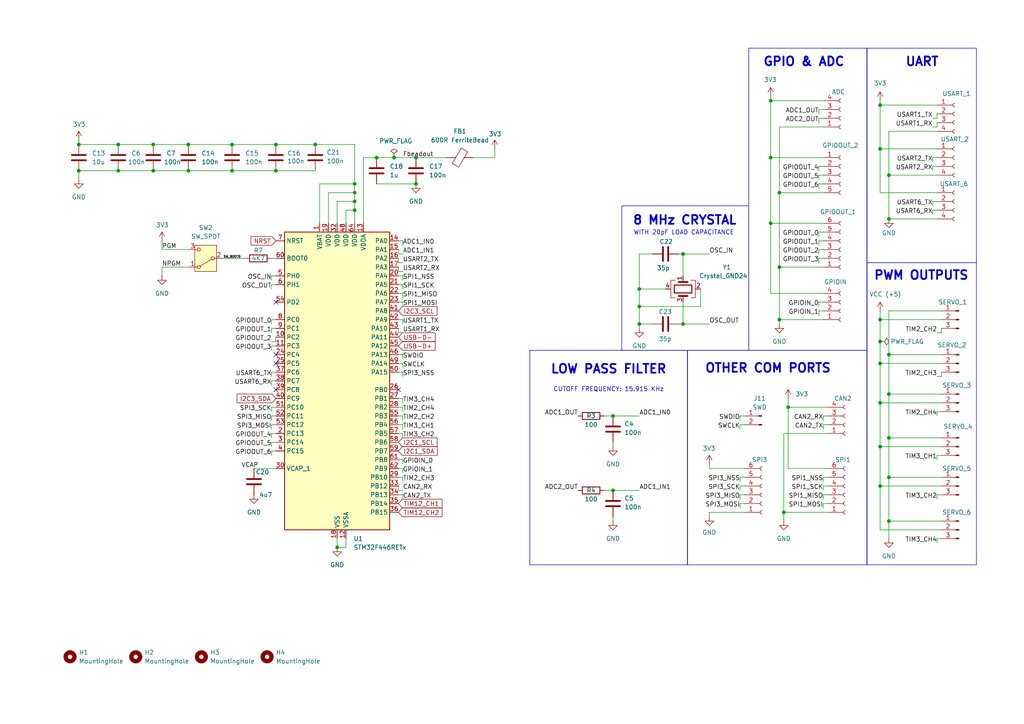
<source format=kicad_sch>
(kicad_sch (version 20250114) (generator "eeschema") (generator_version "9.0")
  (paper "A4")
  (title_block (title "FLIGHT CONTROLLER") (date "2024-10-24") (rev "V1") (company "SHISHIR A"))
  (lib_symbols
    (symbol "Connector:Conn_01x02_Pin" (pin_names (offset 1.016) (hide yes))
      (property "Reference" "J" (at 0 2.54 0))
      (property "Value" "Conn_01x02_Pin" (at 0 -5.08 0))
      (symbol "Conn_01x02_Pin_1_1"
        (pin passive line (at 5.08 0 180) (length 3.81) (name "Pin_1") (number "1"))
        (pin passive line (at 5.08 -2.54 180) (length 3.81) (name "Pin_2") (number "2"))
      )
    )
    (symbol "Connector:Conn_01x03_Pin" (pin_names (offset 1.016) (hide yes))
      (property "Reference" "J" (at 0 5.08 0))
      (property "Value" "Conn_01x03_Pin" (at 0 -5.08 0))
      (symbol "Conn_01x03_Pin_1_1"
        (pin passive line (at 5.08 2.54 180) (length 3.81) (name "Pin_1") (number "1"))
        (pin passive line (at 5.08 0 180) (length 3.81) (name "Pin_2") (number "2"))
        (pin passive line (at 5.08 -2.54 180) (length 3.81) (name "Pin_3") (number "3"))
      )
    )
    (symbol "Connector:Conn_01x04_Socket" (pin_names (offset 1.016) (hide yes))
      (property "Reference" "J" (at 0 5.08 0))
      (property "Value" "Conn_01x04_Socket" (at 0 -7.62 0))
      (symbol "Conn_01x04_Socket_1_1"
        (pin passive line (at -5.08 2.54 0) (length 3.81) (name "Pin_1") (number "1"))
        (pin passive line (at -5.08 0 0) (length 3.81) (name "Pin_2") (number "2"))
        (pin passive line (at -5.08 -2.54 0) (length 3.81) (name "Pin_3") (number "3"))
        (pin passive line (at -5.08 -5.08 0) (length 3.81) (name "Pin_4") (number "4"))
      )
    )
    (symbol "Connector:Conn_01x05_Socket" (pin_names (offset 1.016) (hide yes))
      (property "Reference" "J" (at 0 7.62 0))
      (property "Value" "Conn_01x05_Socket" (at 0 -7.62 0))
      (symbol "Conn_01x05_Socket_1_1"
        (pin passive line (at -5.08 5.08 0) (length 3.81) (name "Pin_1") (number "1"))
        (pin passive line (at -5.08 2.54 0) (length 3.81) (name "Pin_2") (number "2"))
        (pin passive line (at -5.08 0 0) (length 3.81) (name "Pin_3") (number "3"))
        (pin passive line (at -5.08 -2.54 0) (length 3.81) (name "Pin_4") (number "4"))
        (pin passive line (at -5.08 -5.08 0) (length 3.81) (name "Pin_5") (number "5"))
      )
    )
    (symbol "Connector:Conn_01x06_Socket" (pin_names (offset 1.016) (hide yes))
      (property "Reference" "J" (at 0 7.62 0))
      (property "Value" "Conn_01x06_Socket" (at 0 -10.16 0))
      (symbol "Conn_01x06_Socket_1_1"
        (pin passive line (at -5.08 5.08 0) (length 3.81) (name "Pin_1") (number "1"))
        (pin passive line (at -5.08 2.54 0) (length 3.81) (name "Pin_2") (number "2"))
        (pin passive line (at -5.08 0 0) (length 3.81) (name "Pin_3") (number "3"))
        (pin passive line (at -5.08 -2.54 0) (length 3.81) (name "Pin_4") (number "4"))
        (pin passive line (at -5.08 -5.08 0) (length 3.81) (name "Pin_5") (number "5"))
        (pin passive line (at -5.08 -7.62 0) (length 3.81) (name "Pin_6") (number "6"))
      )
    )
    (symbol "Device:C" (pin_numbers (hide yes)) (pin_names (offset 0.254))
      (property "Reference" "C" (at 0.635 2.54 0))
      (property "Value" "C" (at 0.635 -2.54 0))
      (symbol "C_1_1"
        (pin passive line (at 0 3.81 270) (length 2.794) (name "~") (number "1"))
        (pin passive line (at 0 -3.81 90) (length 2.794) (name "~") (number "2"))
      )
    )
    (symbol "Device:Crystal_GND24" (pin_names (offset 1.016) (hide yes))
      (property "Reference" "Y" (at 3.175 5.08 0))
      (property "Value" "Crystal_GND24" (at 3.175 3.175 0))
      (symbol "Crystal_GND24_1_1"
        (pin passive line (at -3.81 0 0) (length 1.27) (name "1") (number "1"))
        (pin passive line (at 0 5.08 270) (length 1.27) (name "2") (number "2"))
        (pin passive line (at 0 -5.08 90) (length 1.27) (name "4") (number "4"))
        (pin passive line (at 3.81 0 180) (length 1.27) (name "3") (number "3"))
      )
    )
    (symbol "Device:FerriteBead" (pin_numbers (hide yes)) (pin_names (offset 0))
      (property "Reference" "FB" (at -3.81 0.635 90))
      (property "Value" "FerriteBead" (at 3.81 0 90))
      (symbol "FerriteBead_1_1"
        (pin passive line (at 0 3.81 270) (length 2.54) (name "~") (number "1"))
        (pin passive line (at 0 -3.81 90) (length 2.54) (name "~") (number "2"))
      )
    )
    (symbol "Device:R" (pin_numbers (hide yes)) (pin_names (offset 0))
      (property "Reference" "R" (at 2.032 0 90))
      (property "Value" "R" (at 0 0 90))
      (symbol "R_1_1"
        (pin passive line (at 0 3.81 270) (length 1.27) (name "~") (number "1"))
        (pin passive line (at 0 -3.81 90) (length 1.27) (name "~") (number "2"))
      )
    )
    (symbol "MCU_ST_STM32F4:STM32F446RETx"
      (property "Reference" "U" (at -15.24 44.45 0))
      (property "Value" "STM32F446RETx" (at 10.16 44.45 0))
      (symbol "STM32F446RETx_1_1"
        (pin input line (at -17.78 40.64 0) (length 2.54) (name "NRST") (number "7"))
        (pin input line (at -17.78 35.56 0) (length 2.54) (name "BOOT0") (number "60"))
        (pin bidirectional line (at -17.78 30.48 0) (length 2.54) (name "PH0") (number "5"))
        (pin bidirectional line (at -17.78 27.94 0) (length 2.54) (name "PH1") (number "6"))
        (pin bidirectional line (at -17.78 22.86 0) (length 2.54) (name "PD2") (number "54"))
        (pin bidirectional line (at -17.78 17.78 0) (length 2.54) (name "PC0") (number "8"))
        (pin bidirectional line (at -17.78 15.24 0) (length 2.54) (name "PC1") (number "9"))
        (pin bidirectional line (at -17.78 12.7 0) (length 2.54) (name "PC2") (number "10"))
        (pin bidirectional line (at -17.78 10.16 0) (length 2.54) (name "PC3") (number "11"))
        (pin bidirectional line (at -17.78 7.62 0) (length 2.54) (name "PC4") (number "24"))
        (pin bidirectional line (at -17.78 5.08 0) (length 2.54) (name "PC5") (number "25"))
        (pin bidirectional line (at -17.78 2.54 0) (length 2.54) (name "PC6") (number "37"))
        (pin bidirectional line (at -17.78 0 0) (length 2.54) (name "PC7") (number "38"))
        (pin bidirectional line (at -17.78 -2.54 0) (length 2.54) (name "PC8") (number "39"))
        (pin bidirectional line (at -17.78 -5.08 0) (length 2.54) (name "PC9") (number "40"))
        (pin bidirectional line (at -17.78 -7.62 0) (length 2.54) (name "PC10") (number "51"))
        (pin bidirectional line (at -17.78 -10.16 0) (length 2.54) (name "PC11") (number "52"))
        (pin bidirectional line (at -17.78 -12.7 0) (length 2.54) (name "PC12") (number "53"))
        (pin bidirectional line (at -17.78 -15.24 0) (length 2.54) (name "PC13") (number "2"))
        (pin bidirectional line (at -17.78 -17.78 0) (length 2.54) (name "PC14") (number "3"))
        (pin bidirectional line (at -17.78 -20.32 0) (length 2.54) (name "PC15") (number "4"))
        (pin power_out line (at -17.78 -25.4 0) (length 2.54) (name "VCAP_1") (number "30"))
        (pin power_in line (at -5.08 45.72 270) (length 2.54) (name "VBAT") (number "1"))
        (pin power_in line (at -2.54 45.72 270) (length 2.54) (name "VDD") (number "19"))
        (pin power_in line (at 0 45.72 270) (length 2.54) (name "VDD") (number "32"))
        (pin power_in line (at 0 -45.72 90) (length 2.54) (name "VSS") (number "18"))
        (pin passive line (at 0 -45.72 90) (length 2.54) (hide yes) (name "VSS") (number "31"))
        (pin passive line (at 0 -45.72 90) (length 2.54) (hide yes) (name "VSS") (number "47"))
        (pin passive line (at 0 -45.72 90) (length 2.54) (hide yes) (name "VSS") (number "63"))
        (pin power_in line (at 2.54 45.72 270) (length 2.54) (name "VDD") (number "48"))
        (pin power_in line (at 2.54 -45.72 90) (length 2.54) (name "VSSA") (number "12"))
        (pin power_in line (at 5.08 45.72 270) (length 2.54) (name "VDD") (number "64"))
        (pin power_in line (at 7.62 45.72 270) (length 2.54) (name "VDDA") (number "13"))
        (pin bidirectional line (at 17.78 40.64 180) (length 2.54) (name "PA0") (number "14"))
        (pin bidirectional line (at 17.78 38.1 180) (length 2.54) (name "PA1") (number "15"))
        (pin bidirectional line (at 17.78 35.56 180) (length 2.54) (name "PA2") (number "16"))
        (pin bidirectional line (at 17.78 33.02 180) (length 2.54) (name "PA3") (number "17"))
        (pin bidirectional line (at 17.78 30.48 180) (length 2.54) (name "PA4") (number "20"))
        (pin bidirectional line (at 17.78 27.94 180) (length 2.54) (name "PA5") (number "21"))
        (pin bidirectional line (at 17.78 25.4 180) (length 2.54) (name "PA6") (number "22"))
        (pin bidirectional line (at 17.78 22.86 180) (length 2.54) (name "PA7") (number "23"))
        (pin bidirectional line (at 17.78 20.32 180) (length 2.54) (name "PA8") (number "41"))
        (pin bidirectional line (at 17.78 17.78 180) (length 2.54) (name "PA9") (number "42"))
        (pin bidirectional line (at 17.78 15.24 180) (length 2.54) (name "PA10") (number "43"))
        (pin bidirectional line (at 17.78 12.7 180) (length 2.54) (name "PA11") (number "44"))
        (pin bidirectional line (at 17.78 10.16 180) (length 2.54) (name "PA12") (number "45"))
        (pin bidirectional line (at 17.78 7.62 180) (length 2.54) (name "PA13") (number "46"))
        (pin bidirectional line (at 17.78 5.08 180) (length 2.54) (name "PA14") (number "49"))
        (pin bidirectional line (at 17.78 2.54 180) (length 2.54) (name "PA15") (number "50"))
        (pin bidirectional line (at 17.78 -2.54 180) (length 2.54) (name "PB0") (number "26"))
        (pin bidirectional line (at 17.78 -5.08 180) (length 2.54) (name "PB1") (number "27"))
        (pin bidirectional line (at 17.78 -7.62 180) (length 2.54) (name "PB2") (number "28"))
        (pin bidirectional line (at 17.78 -10.16 180) (length 2.54) (name "PB3") (number "55"))
        (pin bidirectional line (at 17.78 -12.7 180) (length 2.54) (name "PB4") (number "56"))
        (pin bidirectional line (at 17.78 -15.24 180) (length 2.54) (name "PB5") (number "57"))
        (pin bidirectional line (at 17.78 -17.78 180) (length 2.54) (name "PB6") (number "58"))
        (pin bidirectional line (at 17.78 -20.32 180) (length 2.54) (name "PB7") (number "59"))
        (pin bidirectional line (at 17.78 -22.86 180) (length 2.54) (name "PB8") (number "61"))
        (pin bidirectional line (at 17.78 -25.4 180) (length 2.54) (name "PB9") (number "62"))
        (pin bidirectional line (at 17.78 -27.94 180) (length 2.54) (name "PB10") (number "29"))
        (pin bidirectional line (at 17.78 -30.48 180) (length 2.54) (name "PB12") (number "33"))
        (pin bidirectional line (at 17.78 -33.02 180) (length 2.54) (name "PB13") (number "34"))
        (pin bidirectional line (at 17.78 -35.56 180) (length 2.54) (name "PB14") (number "35"))
        (pin bidirectional line (at 17.78 -38.1 180) (length 2.54) (name "PB15") (number "36"))
      )
    )
    (symbol "Mechanical:MountingHole" (pin_names (offset 1.016))
      (property "Reference" "H" (at 0 5.08 0))
      (property "Value" "MountingHole" (at 0 3.175 0))
    )
    (symbol "Switch:SW_SPDT" (pin_names (offset 0) (hide yes))
      (property "Reference" "SW" (at 0 5.08 0))
      (property "Value" "SW_SPDT" (at 0 -5.08 0))
      (symbol "SW_SPDT_1_1"
        (pin passive line (at -5.08 0 0) (length 2.54) (name "B") (number "2"))
        (pin passive line (at 5.08 2.54 180) (length 2.54) (name "A") (number "1"))
        (pin passive line (at 5.08 -2.54 180) (length 2.54) (name "C") (number "3"))
      )
    )
    (symbol "power:+3.3V" (power) (pin_numbers (hide yes)) (pin_names (offset 0) (hide yes))
      (property "Value" "+3.3V" (at 0 3.556 0))
      (symbol "+3.3V_1_1"
        (pin power_in line (at 0 0 90) (length 0) (name "~") (number "1"))
      )
    )
    (symbol "power:+3V3" (power) (pin_numbers (hide yes)) (pin_names (offset 0) (hide yes))
      (property "Value" "+3V3" (at 0 3.556 0))
      (symbol "+3V3_1_1"
        (pin power_in line (at 0 0 90) (length 0) (name "~") (number "1"))
      )
    )
    (symbol "power:+5V" (power) (pin_numbers (hide yes)) (pin_names (offset 0) (hide yes))
      (property "Value" "+5V" (at 0 3.556 0))
      (symbol "+5V_1_1"
        (pin power_in line (at 0 0 90) (length 0) (name "~") (number "1"))
      )
    )
    (symbol "power:GND" (power) (pin_numbers (hide yes)) (pin_names (offset 0) (hide yes))
      (property "Value" "GND" (at 0 -3.81 0))
      (symbol "GND_1_1"
        (pin power_in line (at 0 0 270) (length 0) (name "~") (number "1"))
      )
    )
    (symbol "power:PWR_FLAG" (power) (pin_numbers (hide yes)) (pin_names (offset 0) (hide yes))
      (property "Value" "PWR_FLAG" (at 0 3.81 0))
      (symbol "PWR_FLAG_0_0"
        (pin power_out line (at 0 0 90) (length 0) (name "~") (number "1"))
      )
    )
  )
  (rectangle (start 180.34 59.69) (end 217.17 101.6))
  (rectangle (start 217.17 13.97) (end 251.46 101.6))
  (rectangle (start 153.67 101.6) (end 199.39 163.83))
  (rectangle (start 251.46 76.2) (end 283.21 163.83))
  (rectangle (start 199.39 101.6) (end 251.46 163.83))
  (rectangle (start 251.46 13.97) (end 283.21 76.2))
  (text "GPIO & ADC" (at 233.172 18.034 0) (effects (font (size 2.54 2.54) (thickness 0.508) (bold yes))))
  (text "CUTOFF FREQUENCY: 15.915 KHz" (at 176.53 113.03 0) (effects (font (size 1.27 1.27))))
  (text "LOW PASS FILTER" (at 176.53 107.188 0) (effects (font (size 2.54 2.54) (thickness 0.508) (bold yes))))
  (text "UART" (at 267.462 18.034 0) (effects (font (size 2.54 2.54) (thickness 0.508) (bold yes))))
  (text "PWM OUTPUTS" (at 267.208 80.01 0) (effects (font (size 2.54 2.54) (thickness 0.508) (bold yes))))
  (text "OTHER COM PORTS" (at 222.758 106.934 0) (effects (font (size 2.54 2.54) (thickness 0.508) (bold yes))))
  (text "8 MHz CRYSTAL" (at 198.628 64.008 0) (effects (font (size 2.54 2.54) (thickness 0.508) (bold yes))))
  (text "WITH 20pF LOAD CAPACITANCE" (at 198.374 67.564 0) (effects (font (size 1.27 1.27))))
  (junction (at 22.86 49.53))
  (junction (at 102.87 60.96))
  (junction (at 226.06 77.47))
  (junction (at 257.81 138.43))
  (junction (at 67.31 41.91))
  (junction (at 255.27 105.41))
  (junction (at 185.42 93.98))
  (junction (at 114.3 45.72))
  (junction (at 226.06 92.71))
  (junction (at 34.29 49.53))
  (junction (at 185.42 88.9))
  (junction (at 226.06 55.88))
  (junction (at 255.27 129.54))
  (junction (at 102.87 58.42))
  (junction (at 227.33 148.59))
  (junction (at 80.01 41.91))
  (junction (at 257.81 127))
  (junction (at 102.87 55.88))
  (junction (at 185.42 83.82))
  (junction (at 255.27 30.48))
  (junction (at 102.87 53.34))
  (junction (at 223.52 29.21))
  (junction (at 198.12 93.98))
  (junction (at 22.86 41.91))
  (junction (at 255.27 92.71))
  (junction (at 80.01 49.53))
  (junction (at 44.45 49.53))
  (junction (at 257.81 114.3))
  (junction (at 257.81 151.13))
  (junction (at 109.22 45.72))
  (junction (at 54.61 49.53))
  (junction (at 223.52 64.77))
  (junction (at 255.27 43.18))
  (junction (at 67.31 49.53))
  (junction (at 255.27 99.06))
  (junction (at 97.79 158.75))
  (junction (at 255.27 140.97))
  (junction (at 120.65 45.72))
  (junction (at 223.52 45.72))
  (junction (at 120.65 53.34))
  (junction (at 257.81 63.5))
  (junction (at 177.8 120.65))
  (junction (at 257.81 50.8))
  (junction (at 257.81 102.87))
  (junction (at 91.44 41.91))
  (junction (at 228.6 118.11))
  (junction (at 54.61 41.91))
  (junction (at 255.27 116.84))
  (junction (at 198.12 73.66))
  (junction (at 34.29 41.91))
  (junction (at 177.8 142.24))
  (junction (at 44.45 41.91))
  (no_connect (at 80.01 105.41))
  (no_connect (at 80.01 102.87))
  (no_connect (at 80.01 113.03))
  (no_connect (at 80.01 87.63))
  (no_connect (at 115.57 113.03))
  (wire (pts (xy 54.61 49.53) (xy 67.31 49.53)))
  (wire (pts (xy 238.76 143.51) (xy 240.03 143.51)))
  (wire (pts (xy 115.57 96.52) (xy 116.84 96.52)))
  (wire (pts (xy 270.51 62.23) (xy 270.51 60.96)))
  (wire (pts (xy 255.27 129.54) (xy 273.05 129.54)))
  (wire (pts (xy 114.3 45.72) (xy 120.65 45.72)))
  (wire (pts (xy 255.27 29.21) (xy 255.27 30.48)))
  (wire (pts (xy 116.84 118.11) (xy 115.57 118.11)))
  (wire (pts (xy 198.12 87.63) (xy 198.12 93.98)))
  (wire (pts (xy 270.51 60.96) (xy 271.78 60.96)))
  (wire (pts (xy 116.84 138.43) (xy 115.57 138.43)))
  (wire (pts (xy 78.74 83.82) (xy 78.74 82.55)))
  (wire (pts (xy 177.8 151.13) (xy 177.8 149.86)))
  (wire (pts (xy 115.57 73.66) (xy 115.57 72.39)))
  (wire (pts (xy 226.06 36.83) (xy 226.06 55.88)))
  (wire (pts (xy 116.84 76.2) (xy 115.57 76.2)))
  (wire (pts (xy 255.27 140.97) (xy 273.05 140.97)))
  (wire (pts (xy 78.74 96.52) (xy 78.74 95.25)))
  (wire (pts (xy 116.84 119.38) (xy 116.84 118.11)))
  (wire (pts (xy 116.84 109.22) (xy 116.84 107.95)))
  (wire (pts (xy 238.76 124.46) (xy 238.76 123.19)))
  (wire (pts (xy 271.78 34.29) (xy 270.51 34.29)))
  (wire (pts (xy 116.84 104.14) (xy 116.84 102.87)))
  (wire (pts (xy 273.05 153.67) (xy 255.27 153.67)))
  (wire (pts (xy 78.74 93.98) (xy 78.74 92.71)))
  (wire (pts (xy 116.84 137.16) (xy 116.84 135.89)))
  (wire (pts (xy 102.87 55.88) (xy 95.25 55.88)))
  (wire (pts (xy 102.87 58.42) (xy 97.79 58.42)))
  (wire (pts (xy 227.33 148.59) (xy 240.03 148.59)))
  (wire (pts (xy 255.27 105.41) (xy 255.27 116.84)))
  (wire (pts (xy 116.84 124.46) (xy 116.84 123.19)))
  (wire (pts (xy 255.27 43.18) (xy 255.27 55.88)))
  (wire (pts (xy 177.8 129.54) (xy 177.8 128.27)))
  (wire (pts (xy 226.06 77.47) (xy 226.06 92.71)))
  (wire (pts (xy 238.76 139.7) (xy 238.76 138.43)))
  (wire (pts (xy 238.76 144.78) (xy 238.76 143.51)))
  (wire (pts (xy 78.74 119.38) (xy 78.74 118.11)))
  (wire (pts (xy 205.74 149.86) (xy 205.74 148.59)))
  (wire (pts (xy 237.49 90.17) (xy 238.76 90.17)))
  (wire (pts (xy 80.01 99.06) (xy 80.01 97.79)))
  (wire (pts (xy 97.79 158.75) (xy 97.79 156.21)))
  (wire (pts (xy 116.84 127) (xy 116.84 125.73)))
  (wire (pts (xy 257.81 138.43) (xy 257.81 151.13)))
  (wire (pts (xy 257.81 102.87) (xy 273.05 102.87)))
  (wire (pts (xy 102.87 55.88) (xy 102.87 53.34)))
  (wire (pts (xy 198.12 93.98) (xy 196.85 93.98)))
  (wire (pts (xy 271.78 109.22) (xy 273.05 109.22)))
  (wire (pts (xy 223.52 29.21) (xy 238.76 29.21)))
  (wire (pts (xy 214.63 142.24) (xy 214.63 140.97)))
  (wire (pts (xy 271.78 143.51) (xy 273.05 143.51)))
  (wire (pts (xy 46.99 77.47) (xy 54.61 77.47)))
  (wire (pts (xy 100.33 158.75) (xy 100.33 156.21)))
  (wire (pts (xy 115.57 78.74) (xy 115.57 77.47)))
  (wire (pts (xy 80.01 49.53) (xy 91.44 49.53)))
  (wire (pts (xy 116.84 134.62) (xy 116.84 133.35)))
  (wire (pts (xy 214.63 140.97) (xy 215.9 140.97)))
  (wire (pts (xy 228.6 135.89) (xy 228.6 118.11)))
  (wire (pts (xy 22.86 40.64) (xy 22.86 41.91)))
  (wire (pts (xy 185.42 95.25) (xy 185.42 93.98)))
  (wire (pts (xy 214.63 138.43) (xy 215.9 138.43)))
  (wire (pts (xy 257.81 38.1) (xy 257.81 50.8)))
  (wire (pts (xy 227.33 125.73) (xy 240.03 125.73)))
  (wire (pts (xy 78.74 128.27) (xy 80.01 128.27)))
  (wire (pts (xy 257.81 156.21) (xy 257.81 151.13)))
  (wire (pts (xy 257.81 138.43) (xy 273.05 138.43)))
  (wire (pts (xy 198.12 80.01) (xy 198.12 73.66)))
  (wire (pts (xy 22.86 49.53) (xy 22.86 52.07)))
  (wire (pts (xy 226.06 92.71) (xy 226.06 93.98)))
  (wire (pts (xy 271.78 144.78) (xy 271.78 143.51)))
  (wire (pts (xy 255.27 116.84) (xy 255.27 129.54)))
  (wire (pts (xy 185.42 83.82) (xy 185.42 88.9)))
  (wire (pts (xy 237.49 88.9) (xy 237.49 87.63)))
  (wire (pts (xy 73.66 135.89) (xy 80.01 135.89)))
  (wire (pts (xy 91.44 41.91) (xy 102.87 41.91)))
  (wire (pts (xy 238.76 123.19) (xy 240.03 123.19)))
  (wire (pts (xy 97.79 158.75) (xy 100.33 158.75)))
  (wire (pts (xy 116.84 69.85) (xy 115.57 69.85)))
  (wire (pts (xy 80.01 41.91) (xy 91.44 41.91)))
  (wire (pts (xy 214.63 144.78) (xy 214.63 143.51)))
  (wire (pts (xy 78.74 110.49) (xy 80.01 110.49)))
  (wire (pts (xy 78.74 82.55) (xy 80.01 82.55)))
  (wire (pts (xy 78.74 92.71) (xy 80.01 92.71)))
  (wire (pts (xy 237.49 34.29) (xy 238.76 34.29)))
  (wire (pts (xy 270.51 46.99) (xy 270.51 45.72)))
  (wire (pts (xy 189.23 73.66) (xy 185.42 73.66)))
  (wire (pts (xy 270.51 58.42) (xy 271.78 58.42)))
  (wire (pts (xy 116.84 85.09) (xy 115.57 85.09)))
  (wire (pts (xy 116.84 81.28) (xy 116.84 80.01)))
  (wire (pts (xy 102.87 53.34) (xy 102.87 41.91)))
  (wire (pts (xy 255.27 129.54) (xy 255.27 140.97)))
  (wire (pts (xy 214.63 124.46) (xy 214.63 123.19)))
  (wire (pts (xy 116.84 83.82) (xy 116.84 82.55)))
  (wire (pts (xy 223.52 27.94) (xy 223.52 29.21)))
  (wire (pts (xy 46.99 72.39) (xy 54.61 72.39)))
  (wire (pts (xy 227.33 125.73) (xy 227.33 148.59)))
  (wire (pts (xy 271.78 156.21) (xy 273.05 156.21)))
  (wire (pts (xy 109.22 53.34) (xy 120.65 53.34)))
  (wire (pts (xy 237.49 35.56) (xy 237.49 34.29)))
  (wire (pts (xy 205.74 148.59) (xy 215.9 148.59)))
  (wire (pts (xy 116.84 106.68) (xy 116.84 105.41)))
  (wire (pts (xy 257.81 127) (xy 257.81 138.43)))
  (wire (pts (xy 270.51 49.53) (xy 270.51 48.26)))
  (wire (pts (xy 143.51 43.18) (xy 143.51 45.72)))
  (wire (pts (xy 78.74 74.93) (xy 80.01 74.93)))
  (wire (pts (xy 273.05 105.41) (xy 255.27 105.41)))
  (wire (pts (xy 198.12 73.66) (xy 196.85 73.66)))
  (wire (pts (xy 237.49 53.34) (xy 238.76 53.34)))
  (wire (pts (xy 78.74 109.22) (xy 78.74 107.95)))
  (wire (pts (xy 223.52 45.72) (xy 223.52 64.77)))
  (wire (pts (xy 78.74 118.11) (xy 80.01 118.11)))
  (wire (pts (xy 185.42 88.9) (xy 203.2 88.9)))
  (wire (pts (xy 226.06 55.88) (xy 226.06 77.47)))
  (wire (pts (xy 102.87 53.34) (xy 92.71 53.34)))
  (wire (pts (xy 78.74 121.92) (xy 78.74 120.65)))
  (wire (pts (xy 257.81 127) (xy 273.05 127)))
  (wire (pts (xy 78.74 107.95) (xy 80.01 107.95)))
  (wire (pts (xy 78.74 80.01) (xy 80.01 80.01)))
  (wire (pts (xy 257.81 114.3) (xy 257.81 127)))
  (wire (pts (xy 237.49 87.63) (xy 238.76 87.63)))
  (wire (pts (xy 238.76 36.83) (xy 226.06 36.83)))
  (wire (pts (xy 237.49 76.2) (xy 237.49 74.93)))
  (wire (pts (xy 185.42 73.66) (xy 185.42 83.82)))
  (wire (pts (xy 78.74 123.19) (xy 80.01 123.19)))
  (wire (pts (xy 238.76 55.88) (xy 226.06 55.88)))
  (wire (pts (xy 44.45 41.91) (xy 54.61 41.91)))
  (wire (pts (xy 116.84 143.51) (xy 115.57 143.51)))
  (wire (pts (xy 255.27 30.48) (xy 271.78 30.48)))
  (wire (pts (xy 257.81 90.17) (xy 257.81 102.87)))
  (wire (pts (xy 255.27 116.84) (xy 273.05 116.84)))
  (wire (pts (xy 78.74 101.6) (xy 78.74 100.33)))
  (wire (pts (xy 54.61 41.91) (xy 67.31 41.91)))
  (wire (pts (xy 223.52 85.09) (xy 238.76 85.09)))
  (wire (pts (xy 116.84 144.78) (xy 116.84 143.51)))
  (wire (pts (xy 237.49 54.61) (xy 237.49 53.34)))
  (wire (pts (xy 116.84 80.01) (xy 115.57 80.01)))
  (wire (pts (xy 271.78 33.02) (xy 271.78 34.29)))
  (wire (pts (xy 116.84 120.65) (xy 115.57 120.65)))
  (wire (pts (xy 238.76 140.97) (xy 240.03 140.97)))
  (wire (pts (xy 115.57 142.24) (xy 115.57 140.97)))
  (wire (pts (xy 214.63 143.51) (xy 215.9 143.51)))
  (wire (pts (xy 143.51 45.72) (xy 137.16 45.72)))
  (wire (pts (xy 116.84 87.63) (xy 115.57 87.63)))
  (wire (pts (xy 203.2 83.82) (xy 203.2 88.9)))
  (wire (pts (xy 237.49 74.93) (xy 238.76 74.93)))
  (wire (pts (xy 97.79 64.77) (xy 97.79 58.42)))
  (wire (pts (xy 228.6 135.89) (xy 240.03 135.89)))
  (wire (pts (xy 205.74 134.62) (xy 205.74 135.89)))
  (wire (pts (xy 185.42 93.98) (xy 189.23 93.98)))
  (wire (pts (xy 102.87 58.42) (xy 102.87 55.88)))
  (wire (pts (xy 116.84 139.7) (xy 116.84 138.43)))
  (wire (pts (xy 237.49 67.31) (xy 238.76 67.31)))
  (wire (pts (xy 185.42 83.82) (xy 193.04 83.82)))
  (wire (pts (xy 116.84 82.55) (xy 115.57 82.55)))
  (wire (pts (xy 175.26 142.24) (xy 177.8 142.24)))
  (wire (pts (xy 237.49 31.75) (xy 238.76 31.75)))
  (wire (pts (xy 257.81 102.87) (xy 257.81 114.3)))
  (wire (pts (xy 116.84 116.84) (xy 116.84 115.57)))
  (wire (pts (xy 214.63 123.19) (xy 215.9 123.19)))
  (wire (pts (xy 223.52 29.21) (xy 223.52 45.72)))
  (wire (pts (xy 116.84 92.71) (xy 115.57 92.71)))
  (wire (pts (xy 78.74 99.06) (xy 80.01 99.06)))
  (wire (pts (xy 78.74 81.28) (xy 78.74 80.01)))
  (wire (pts (xy 78.74 129.54) (xy 78.74 128.27)))
  (wire (pts (xy 116.84 115.57) (xy 115.57 115.57)))
  (wire (pts (xy 255.27 90.17) (xy 255.27 92.71)))
  (wire (pts (xy 116.84 135.89) (xy 115.57 135.89)))
  (wire (pts (xy 214.63 121.92) (xy 214.63 120.65)))
  (wire (pts (xy 271.78 157.48) (xy 271.78 156.21)))
  (wire (pts (xy 226.06 77.47) (xy 238.76 77.47)))
  (wire (pts (xy 257.81 50.8) (xy 271.78 50.8)))
  (wire (pts (xy 238.76 147.32) (xy 238.76 146.05)))
  (wire (pts (xy 198.12 93.98) (xy 205.74 93.98)))
  (wire (pts (xy 271.78 132.08) (xy 273.05 132.08)))
  (wire (pts (xy 223.52 64.77) (xy 223.52 85.09)))
  (wire (pts (xy 214.63 146.05) (xy 215.9 146.05)))
  (wire (pts (xy 115.57 96.52) (xy 115.57 95.25)))
  (wire (pts (xy 64.77 74.93) (xy 71.12 74.93)))
  (wire (pts (xy 78.74 130.81) (xy 80.01 130.81)))
  (wire (pts (xy 116.84 73.66) (xy 115.57 73.66)))
  (wire (pts (xy 237.49 68.58) (xy 237.49 67.31)))
  (wire (pts (xy 257.81 114.3) (xy 273.05 114.3)))
  (wire (pts (xy 228.6 115.57) (xy 228.6 118.11)))
  (wire (pts (xy 116.84 71.12) (xy 116.84 69.85)))
  (wire (pts (xy 237.49 69.85) (xy 238.76 69.85)))
  (wire (pts (xy 214.63 147.32) (xy 214.63 146.05)))
  (wire (pts (xy 95.25 64.77) (xy 95.25 55.88)))
  (wire (pts (xy 237.49 48.26) (xy 238.76 48.26)))
  (wire (pts (xy 255.27 99.06) (xy 255.27 105.41)))
  (wire (pts (xy 257.81 151.13) (xy 273.05 151.13)))
  (wire (pts (xy 105.41 45.72) (xy 109.22 45.72)))
  (wire (pts (xy 116.84 105.41) (xy 115.57 105.41)))
  (wire (pts (xy 271.78 120.65) (xy 271.78 119.38)))
  (wire (pts (xy 237.49 52.07) (xy 237.49 50.8)))
  (wire (pts (xy 185.42 88.9) (xy 185.42 93.98)))
  (wire (pts (xy 78.74 127) (xy 78.74 125.73)))
  (wire (pts (xy 270.51 45.72) (xy 271.78 45.72)))
  (wire (pts (xy 78.74 120.65) (xy 80.01 120.65)))
  (wire (pts (xy 257.81 90.17) (xy 273.05 90.17)))
  (wire (pts (xy 22.86 41.91) (xy 34.29 41.91)))
  (wire (pts (xy 226.06 92.71) (xy 238.76 92.71)))
  (wire (pts (xy 271.78 36.83) (xy 271.78 35.56)))
  (wire (pts (xy 102.87 58.42) (xy 102.87 60.96)))
  (wire (pts (xy 78.74 95.25) (xy 80.01 95.25)))
  (wire (pts (xy 271.78 119.38) (xy 273.05 119.38)))
  (wire (pts (xy 92.71 64.77) (xy 92.71 53.34)))
  (wire (pts (xy 78.74 132.08) (xy 78.74 130.81)))
  (wire (pts (xy 214.63 120.65) (xy 215.9 120.65)))
  (wire (pts (xy 237.49 33.02) (xy 237.49 31.75)))
  (wire (pts (xy 227.33 148.59) (xy 227.33 151.13)))
  (wire (pts (xy 34.29 49.53) (xy 44.45 49.53)))
  (wire (pts (xy 177.8 142.24) (xy 185.42 142.24)))
  (wire (pts (xy 255.27 92.71) (xy 273.05 92.71)))
  (wire (pts (xy 116.84 86.36) (xy 116.84 85.09)))
  (wire (pts (xy 237.49 49.53) (xy 237.49 48.26)))
  (wire (pts (xy 273.05 109.22) (xy 273.05 107.95)))
  (wire (pts (xy 116.84 78.74) (xy 115.57 78.74)))
  (wire (pts (xy 198.12 73.66) (xy 205.74 73.66)))
  (wire (pts (xy 116.84 93.98) (xy 116.84 92.71)))
  (wire (pts (xy 271.78 96.52) (xy 273.05 96.52)))
  (wire (pts (xy 255.27 43.18) (xy 271.78 43.18)))
  (wire (pts (xy 177.8 120.65) (xy 185.42 120.65)))
  (wire (pts (xy 237.49 71.12) (xy 237.49 69.85)))
  (wire (pts (xy 67.31 49.53) (xy 80.01 49.53)))
  (wire (pts (xy 78.74 125.73) (xy 80.01 125.73)))
  (wire (pts (xy 109.22 45.72) (xy 114.3 45.72)))
  (wire (pts (xy 238.76 142.24) (xy 238.76 140.97)))
  (wire (pts (xy 46.99 80.01) (xy 46.99 77.47)))
  (wire (pts (xy 105.41 64.77) (xy 105.41 45.72)))
  (wire (pts (xy 34.29 41.91) (xy 44.45 41.91)))
  (wire (pts (xy 257.81 63.5) (xy 271.78 63.5)))
  (wire (pts (xy 255.27 30.48) (xy 255.27 43.18)))
  (wire (pts (xy 120.65 45.72) (xy 129.54 45.72)))
  (wire (pts (xy 116.84 123.19) (xy 115.57 123.19)))
  (wire (pts (xy 270.51 48.26) (xy 271.78 48.26)))
  (wire (pts (xy 175.26 120.65) (xy 177.8 120.65)))
  (wire (pts (xy 238.76 120.65) (xy 240.03 120.65)))
  (wire (pts (xy 44.45 49.53) (xy 54.61 49.53)))
  (wire (pts (xy 100.33 64.77) (xy 100.33 60.96)))
  (wire (pts (xy 238.76 138.43) (xy 240.03 138.43)))
  (wire (pts (xy 270.51 59.69) (xy 270.51 58.42)))
  (wire (pts (xy 116.84 107.95) (xy 115.57 107.95)))
  (wire (pts (xy 270.51 36.83) (xy 271.78 36.83)))
  (wire (pts (xy 78.74 100.33) (xy 80.01 100.33)))
  (wire (pts (xy 255.27 55.88) (xy 271.78 55.88)))
  (wire (pts (xy 205.74 135.89) (xy 215.9 135.89)))
  (wire (pts (xy 115.57 76.2) (xy 115.57 74.93)))
  (wire (pts (xy 257.81 50.8) (xy 257.81 63.5)))
  (wire (pts (xy 78.74 111.76) (xy 78.74 110.49)))
  (wire (pts (xy 46.99 69.85) (xy 46.99 72.39)))
  (wire (pts (xy 116.84 125.73) (xy 115.57 125.73)))
  (wire (pts (xy 116.84 133.35) (xy 115.57 133.35)))
  (wire (pts (xy 67.31 41.91) (xy 80.01 41.91)))
  (wire (pts (xy 223.52 45.72) (xy 238.76 45.72)))
  (wire (pts (xy 255.27 92.71) (xy 255.27 99.06)))
  (wire (pts (xy 237.49 91.44) (xy 237.49 90.17)))
  (wire (pts (xy 116.84 88.9) (xy 116.84 87.63)))
  (wire (pts (xy 237.49 50.8) (xy 238.76 50.8)))
  (wire (pts (xy 237.49 72.39) (xy 238.76 72.39)))
  (wire (pts (xy 214.63 139.7) (xy 214.63 138.43)))
  (wire (pts (xy 228.6 118.11) (xy 240.03 118.11)))
  (wire (pts (xy 100.33 60.96) (xy 102.87 60.96)))
  (wire (pts (xy 116.84 142.24) (xy 115.57 142.24)))
  (wire (pts (xy 257.81 38.1) (xy 271.78 38.1)))
  (wire (pts (xy 116.84 121.92) (xy 116.84 120.65)))
  (wire (pts (xy 273.05 96.52) (xy 273.05 95.25)))
  (wire (pts (xy 238.76 146.05) (xy 240.03 146.05)))
  (wire (pts (xy 116.84 102.87) (xy 115.57 102.87)))
  (wire (pts (xy 271.78 133.35) (xy 271.78 132.08)))
  (wire (pts (xy 22.86 49.53) (xy 34.29 49.53)))
  (wire (pts (xy 255.27 140.97) (xy 255.27 153.67)))
  (wire (pts (xy 102.87 60.96) (xy 102.87 64.77)))
  (wire (pts (xy 237.49 73.66) (xy 237.49 72.39)))
  (wire (pts (xy 238.76 121.92) (xy 238.76 120.65)))
  (wire (pts (xy 78.74 124.46) (xy 78.74 123.19)))
  (wire (pts (xy 223.52 64.77) (xy 238.76 64.77)))
  (label "ADC1_OUT" (at 167.64 120.65 180))
  (label "USART2_TX" (at 116.84 76.2 0))
  (label "CAN2_TX" (at 238.76 124.46 180))
  (label "SWDIO" (at 214.63 121.92 180))
  (label "TIM3_CH4" (at 116.84 116.84 0))
  (label "CAN2_RX" (at 116.84 142.24 0))
  (label "OSC_IN" (at 78.74 81.28 180))
  (label "GPIOOUT_0" (at 78.74 93.98 180))
  (label "GPIOOUT_5" (at 78.74 129.54 180))
  (label "SPI3_MISO" (at 78.74 121.92 180))
  (label "TIM3_CH2" (at 271.78 144.78 180))
  (label "SPI3_MOSI" (at 214.63 147.32 180))
  (label "ADC1_IN0" (at 116.84 71.12 0))
  (label "SPI3_MISO" (at 214.63 144.78 180))
  (label "SWCLK" (at 116.84 106.68 0))
  (label "ADC2_OUT" (at 167.64 142.24 180))
  (label "SPI3_SCK" (at 214.63 142.24 180))
  (label "SPI1_NSS" (at 238.76 139.7 180))
  (label "SPI3_MOSI" (at 78.74 124.46 180))
  (label "USART2_RX" (at 270.51 49.53 180))
  (label "SPI1_MOSI" (at 238.76 147.32 180))
  (label "TIM3_CH2" (at 116.84 127 0))
  (label "USART2_TX" (at 270.51 46.99 180))
  (label "USART6_TX" (at 270.51 59.69 180))
  (label "SW_BOOT0" (at 64.77 74.93 0) (effects (font (size 0.635 0.635))))
  (label "ADC1_IN1" (at 185.42 142.24 0))
  (label "SPI1_NSS" (at 116.84 81.28 0))
  (label "Fbeadout" (at 116.84 45.72 0))
  (label "NPGM" (at 46.99 77.47 0))
  (label "SPI1_SCK" (at 238.76 142.24 180))
  (label "GPIOOUT_1" (at 78.74 96.52 180))
  (label "TIM3_CH1" (at 116.84 124.46 0))
  (label "USART1_TX" (at 116.84 93.98 0))
  (label "GPIOOUT_4" (at 78.74 127 180))
  (label "GPIOOUT_6" (at 78.74 132.08 180))
  (label "GPIOOUT_2" (at 78.74 99.06 180))
  (label "ADC1_IN0" (at 185.42 120.65 0))
  (label "TIM3_CH1" (at 271.78 133.35 180))
  (label "ADC1_IN1" (at 116.84 73.66 0))
  (label "USART6_RX" (at 78.74 111.76 180))
  (label "CAN2_RX" (at 238.76 121.92 180))
  (label "GPIOIN_1" (at 237.49 91.44 180))
  (label "OSC_OUT" (at 78.74 83.82 180))
  (label "SPI3_NSS" (at 214.63 139.7 180))
  (label "TIM2_CH2" (at 116.84 121.92 0))
  (label "GPIOOUT_6" (at 237.49 54.61 180))
  (label "CAN2_TX" (at 116.84 144.78 0))
  (label "TIM2_CH4" (at 116.84 119.38 0))
  (label "SWDIO" (at 116.84 104.14 0))
  (label "USART1_RX" (at 116.84 96.52 0))
  (label "TIM2_CH4" (at 271.78 120.65 180))
  (label "GPIOIN_0" (at 237.49 88.9 180))
  (label "SPI1_MISO" (at 238.76 144.78 180))
  (label "TIM3_CH4" (at 271.78 157.48 180))
  (label "GPIOOUT_1" (at 237.49 71.12 180))
  (label "GPIOIN_0" (at 116.84 134.62 0))
  (label "USART2_RX" (at 116.84 78.74 0))
  (label "USART6_TX" (at 78.74 109.22 180))
  (label "SWCLK" (at 214.63 124.46 180))
  (label "USART1_TX" (at 270.51 34.29 180))
  (label "ADC1_OUT" (at 237.49 33.02 180))
  (label "GPIOOUT_2" (at 237.49 73.66 180))
  (label "GPIOOUT_4" (at 237.49 49.53 180))
  (label "SPI3_NSS" (at 116.84 109.22 0))
  (label "SPI1_SCK" (at 116.84 83.82 0))
  (label "VCAP" (at 74.93 135.89 180))
  (label "GPIOOUT_0" (at 237.49 68.58 180))
  (label "GPIOOUT_5" (at 237.49 52.07 180))
  (label "USART1_RX" (at 270.51 36.83 180))
  (label "TIM2_CH3" (at 271.78 109.22 180))
  (label "GPIOOUT_3" (at 78.74 101.6 180))
  (label "SPI3_SCK" (at 78.74 119.38 180))
  (label "TIM2_CH2" (at 271.78 96.52 180))
  (label "SPI1_MOSI" (at 116.84 88.9 0))
  (label "GPIOIN_1" (at 116.84 137.16 0))
  (label "OSC_OUT" (at 205.74 93.98 0))
  (label "TIM2_CH3" (at 116.84 139.7 0))
  (label "SPI1_MISO" (at 116.84 86.36 0))
  (label "GPIOOUT_3" (at 237.49 76.2 180))
  (label "OSC_IN" (at 205.74 73.66 0))
  (label "ADC2_OUT" (at 237.49 35.56 180))
  (label "USART6_RX" (at 270.51 62.23 180))
  (label "PGM" (at 46.99 72.39 0))
  (global_label "TIM12_CH1" (shape input) (at 115.57 146.05 0) (property "Intersheetrefs" "${INTERSHEET_REFS}" (effects (hide yes))))
  (global_label "I2C1_SCL" (shape input) (at 115.57 128.27 0) (property "Intersheetrefs" "${INTERSHEET_REFS}" (effects (hide yes))))
  (global_label "I2C3_SCL" (shape input) (at 115.57 90.17 0) (property "Intersheetrefs" "${INTERSHEET_REFS}" (effects (hide yes))))
  (global_label "I2C1_SDA" (shape input) (at 115.57 130.81 0) (property "Intersheetrefs" "${INTERSHEET_REFS}" (effects (hide yes))))
  (global_label "NRST" (shape input) (at 80.01 69.85 180) (property "Intersheetrefs" "${INTERSHEET_REFS}" (effects (hide yes))))
  (global_label "USB-D-" (shape input) (at 115.57 97.79 0) (property "Intersheetrefs" "${INTERSHEET_REFS}" (effects (hide yes))))
  (global_label "TIM12_CH2" (shape input) (at 115.57 148.59 0) (property "Intersheetrefs" "${INTERSHEET_REFS}" (effects (hide yes))))
  (global_label "USB-D+" (shape input) (at 115.57 100.33 0) (property "Intersheetrefs" "${INTERSHEET_REFS}" (effects (hide yes))))
  (global_label "I2C3_SDA" (shape input) (at 80.01 115.57 180) (property "Intersheetrefs" "${INTERSHEET_REFS}" (effects (hide yes))))
  (symbol (lib_id "Mechanical:MountingHole") (at 20.32 190.5 0) (unit 1)
    (property "Reference" "H1" (at 22.86 189.2299 0) (effects (justify left)))
    (property "Value" "MountingHole" (at 22.86 191.7699 0) (effects (justify left)))
    (property "Footprint" "MountingHole:MountingHole_2.2mm_M2" (effects (hide yes)))
    (property "Description" "Mounting Hole without connection" (effects (hide yes)))
  )
  (symbol (lib_id "power:GND") (at 177.8 129.54 0) (unit 1)
    (property "Reference" "#PWR012" (effects (hide yes)))
    (property "Value" "GND" (at 177.8 134.62 0))
    (property "Description" "Power symbol creates a global label with name \"GND\" , ground" (effects (hide yes)))
  )
  (symbol (lib_id "power:+3V3") (at 22.86 40.64 0) (unit 1)
    (property "Reference" "#PWR016" (effects (hide yes)))
    (property "Value" "3V3" (at 21.082 36.068 0) (effects (justify left)))
    (property "Description" "Power symbol creates a global label with name \"+3V3\"" (effects (hide yes)))
  )
  (symbol (lib_id "power:GND") (at 257.81 63.5 0) (unit 1)
    (property "Reference" "#PWR010" (effects (hide yes)))
    (property "Value" "GND" (at 257.81 67.564 0))
    (property "Description" "Power symbol creates a global label with name \"GND\" , ground" (effects (hide yes)))
  )
  (symbol (lib_id "Device:C") (at 120.65 49.53 0) (unit 1)
    (property "Reference" "C17" (at 124.46 48.2599 0) (effects (justify left)))
    (property "Value" "100n" (at 124.46 50.7999 0) (effects (justify left)))
    (property "Footprint" "Capacitor_SMD:C_0402_1005Metric" (effects (hide yes)))
    (property "Description" "Unpolarized capacitor" (effects (hide yes)))
  )
  (symbol (lib_id "Connector:Conn_01x03_Pin") (at 278.13 153.67 0) (mirror y) (unit 1)
    (property "Reference" "J14" (effects (hide yes)))
    (property "Value" "SERVO_6" (at 277.495 148.59 0))
    (property "Footprint" "Connector_PinHeader_2.54mm:PinHeader_1x03_P2.54mm_Vertical" (effects (hide yes)))
    (property "Description" "Generic connector, single row, 01x03, script generated" (effects (hide yes)))
  )
  (symbol (lib_id "Connector:Conn_01x05_Socket") (at 243.84 50.8 0) (unit 1)
    (property "Reference" "J10" (effects (hide yes)))
    (property "Value" "GPIOOUT_2" (at 238.506 42.164 0) (effects (justify left)))
    (property "Footprint" "Connector_PinSocket_2.54mm:PinSocket_1x05_P2.54mm_Vertical" (effects (hide yes)))
    (property "Description" "Generic connector, single row, 01x05, script generated" (effects (hide yes)))
  )
  (symbol (lib_id "power:PWR_FLAG") (at 255.27 99.06 270) (unit 1)
    (property "Reference" "#FLG01" (effects (hide yes)))
    (property "Value" "PWR_FLAG" (at 258.318 99.06 90) (effects (justify left)))
    (property "Description" "Special symbol for telling ERC where power comes from" (effects (hide yes)))
  )
  (symbol (lib_id "Mechanical:MountingHole") (at 39.37 190.5 0) (unit 1)
    (property "Reference" "H2" (at 41.91 189.2299 0) (effects (justify left)))
    (property "Value" "MountingHole" (at 41.91 191.7699 0) (effects (justify left)))
    (property "Footprint" "MountingHole:MountingHole_2.2mm_M2" (effects (hide yes)))
    (property "Description" "Mounting Hole without connection" (effects (hide yes)))
  )
  (symbol (lib_id "Device:C") (at 193.04 73.66 270) (unit 1)
    (property "Reference" "C22" (at 191.262 70.104 90) (effects (justify left)))
    (property "Value" "35p" (at 190.5 77.724 90) (effects (justify left)))
    (property "Footprint" "Capacitor_SMD:C_0402_1005Metric" (effects (hide yes)))
    (property "Description" "Unpolarized capacitor" (effects (hide yes)))
  )
  (symbol (lib_id "power:+3V3") (at 46.99 69.85 0) (unit 1)
    (property "Reference" "#PWR08" (effects (hide yes)))
    (property "Value" "3V3" (at 45.212 65.278 0) (effects (justify left)))
    (property "Description" "Power symbol creates a global label with name \"+3V3\"" (effects (hide yes)))
  )
  (symbol (lib_id "power:+3.3V") (at 205.74 134.62 0) (mirror y) (unit 1)
    (property "Reference" "#PWR013" (effects (hide yes)))
    (property "Value" "3V3" (at 207.518 130.048 0) (effects (justify left)))
    (property "Description" "Power symbol creates a global label with name \"+3.3V\"" (effects (hide yes)))
  )
  (symbol (lib_id "power:GND") (at 226.06 93.98 0) (unit 1)
    (property "Reference" "#PWR015" (effects (hide yes)))
    (property "Value" "GND" (at 226.06 99.06 0))
    (property "Description" "Power symbol creates a global label with name \"GND\" , ground" (effects (hide yes)))
  )
  (symbol (lib_id "Connector:Conn_01x06_Socket") (at 220.98 143.51 0) (mirror x) (unit 1)
    (property "Reference" "J1" (effects (hide yes)))
    (property "Value" "SPI3" (at 220.345 133.35 0))
    (property "Footprint" "Connector_PinSocket_2.54mm:PinSocket_1x06_P2.54mm_Vertical" (effects (hide yes)))
    (property "Description" "Generic connector, single row, 01x06, script generated" (effects (hide yes)))
  )
  (symbol (lib_id "Device:C") (at 44.45 45.72 0) (unit 1)
    (property "Reference" "C7" (at 48.26 44.4499 0) (effects (justify left)))
    (property "Value" "100n" (at 47.498 46.99 0) (effects (justify left)))
    (property "Footprint" "Capacitor_SMD:C_0402_1005Metric" (effects (hide yes)))
    (property "Description" "Unpolarized capacitor" (effects (hide yes)))
  )
  (symbol (lib_id "Connector:Conn_01x03_Pin") (at 278.13 140.97 0) (mirror y) (unit 1)
    (property "Reference" "J12" (effects (hide yes)))
    (property "Value" "SERVO_5" (at 277.495 135.89 0))
    (property "Footprint" "Connector_PinHeader_2.54mm:PinHeader_1x03_P2.54mm_Vertical" (effects (hide yes)))
    (property "Description" "Generic connector, single row, 01x03, script generated" (effects (hide yes)))
  )
  (symbol (lib_id "power:GND") (at 46.99 80.01 0) (unit 1)
    (property "Reference" "#PWR011" (effects (hide yes)))
    (property "Value" "GND" (at 46.99 85.09 0))
    (property "Description" "Power symbol creates a global label with name \"GND\" , ground" (effects (hide yes)))
  )
  (symbol (lib_id "power:PWR_FLAG") (at 114.3 45.72 0) (unit 1)
    (property "Reference" "#FLG04" (effects (hide yes)))
    (property "Value" "PWR_FLAG" (at 109.982 40.894 0) (effects (justify left)))
    (property "Description" "Special symbol for telling ERC where power comes from" (effects (hide yes)))
  )
  (symbol (lib_id "Device:R") (at 74.93 74.93 90) (unit 1)
    (property "Reference" "R7" (at 74.93 72.644 90))
    (property "Value" "4K7" (at 74.93 74.93 90))
    (property "Footprint" "Resistor_SMD:R_0402_1005Metric" (effects (hide yes)))
    (property "Description" "Resistor" (effects (hide yes)))
  )
  (symbol (lib_id "power:GND") (at 120.65 53.34 0) (unit 1)
    (property "Reference" "#PWR021" (effects (hide yes)))
    (property "Value" "GND" (at 120.65 58.42 0))
    (property "Description" "Power symbol creates a global label with name \"GND\" , ground" (effects (hide yes)))
  )
  (symbol (lib_id "Connector:Conn_01x04_Socket") (at 276.86 33.02 0) (unit 1)
    (property "Reference" "J3" (effects (hide yes)))
    (property "Value" "USART_1" (at 273.304 27.178 0) (effects (justify left)))
    (property "Footprint" "Connector_PinSocket_2.54mm:PinSocket_1x04_P2.54mm_Vertical" (effects (hide yes)))
    (property "Description" "Generic connector, single row, 01x04, script generated" (effects (hide yes)))
  )
  (symbol (lib_id "Connector:Conn_01x03_Pin") (at 278.13 129.54 0) (mirror y) (unit 1)
    (property "Reference" "J13" (effects (hide yes)))
    (property "Value" "SERVO_4" (at 277.876 123.698 0))
    (property "Footprint" "Connector_PinHeader_2.54mm:PinHeader_1x03_P2.54mm_Vertical" (effects (hide yes)))
    (property "Description" "Generic connector, single row, 01x03, script generated" (effects (hide yes)))
  )
  (symbol (lib_id "Connector:Conn_01x04_Socket") (at 276.86 45.72 0) (unit 1)
    (property "Reference" "J6" (effects (hide yes)))
    (property "Value" "USART_2" (at 272.796 40.386 0) (effects (justify left)))
    (property "Footprint" "Connector_PinSocket_2.54mm:PinSocket_1x04_P2.54mm_Vertical" (effects (hide yes)))
    (property "Description" "Generic connector, single row, 01x04, script generated" (effects (hide yes)))
  )
  (symbol (lib_id "Device:C") (at 73.66 139.7 0) (unit 1)
    (property "Reference" "C20" (at 74.168 136.906 0) (effects (justify left)))
    (property "Value" "4u7" (at 75.184 143.51 0) (effects (justify left)))
    (property "Footprint" "Capacitor_SMD:C_0603_1608Metric" (effects (hide yes)))
    (property "Description" "Unpolarized capacitor" (effects (hide yes)))
  )
  (symbol (lib_id "Connector:Conn_01x03_Pin") (at 278.13 92.71 0) (mirror y) (unit 1)
    (property "Reference" "J8" (effects (hide yes)))
    (property "Value" "SERVO_1" (at 276.352 87.63 0))
    (property "Footprint" "Connector_PinHeader_2.54mm:PinHeader_1x03_P2.54mm_Vertical" (effects (hide yes)))
    (property "Description" "Generic connector, single row, 01x03, script generated" (effects (hide yes)))
  )
  (symbol (lib_id "power:GND") (at 97.79 158.75 0) (unit 1)
    (property "Reference" "#PWR022" (effects (hide yes)))
    (property "Value" "GND" (at 97.79 163.83 0))
    (property "Description" "Power symbol creates a global label with name \"GND\" , ground" (effects (hide yes)))
  )
  (symbol (lib_id "power:+3.3V") (at 223.52 27.94 0) (mirror y) (unit 1)
    (property "Reference" "#PWR025" (effects (hide yes)))
    (property "Value" "3V3" (at 225.298 23.114 0) (effects (justify left)))
    (property "Description" "Power symbol creates a global label with name \"+3.3V\"" (effects (hide yes)))
  )
  (symbol (lib_id "Connector:Conn_01x03_Pin") (at 278.13 116.84 0) (mirror y) (unit 1)
    (property "Reference" "J15" (effects (hide yes)))
    (property "Value" "SERVO_3" (at 277.495 111.76 0))
    (property "Footprint" "Connector_PinHeader_2.54mm:PinHeader_1x03_P2.54mm_Vertical" (effects (hide yes)))
    (property "Description" "Generic connector, single row, 01x03, script generated" (effects (hide yes)))
  )
  (symbol (lib_id "power:GND") (at 73.66 143.51 0) (unit 1)
    (property "Reference" "#PWR048" (effects (hide yes)))
    (property "Value" "GND" (at 73.66 148.59 0))
    (property "Description" "Power symbol creates a global label with name \"GND\" , ground" (effects (hide yes)))
  )
  (symbol (lib_id "Connector:Conn_01x03_Pin") (at 278.13 105.41 0) (mirror y) (unit 1)
    (property "Reference" "J9" (effects (hide yes)))
    (property "Value" "SERVO_2" (at 276.098 100.076 0))
    (property "Footprint" "Connector_PinHeader_2.54mm:PinHeader_1x03_P2.54mm_Vertical" (effects (hide yes)))
    (property "Description" "Generic connector, single row, 01x03, script generated" (effects (hide yes)))
  )
  (symbol (lib_id "power:GND") (at 227.33 151.13 0) (mirror y) (unit 1)
    (property "Reference" "#PWR028" (effects (hide yes)))
    (property "Value" "GND" (at 227.33 156.21 0))
    (property "Description" "Power symbol creates a global label with name \"GND\" , ground" (effects (hide yes)))
  )
  (symbol (lib_id "power:GND") (at 205.74 149.86 0) (mirror y) (unit 1)
    (property "Reference" "#PWR014" (effects (hide yes)))
    (property "Value" "GND" (at 205.74 154.432 0))
    (property "Description" "Power symbol creates a global label with name \"GND\" , ground" (effects (hide yes)))
  )
  (symbol (lib_id "Connector:Conn_01x06_Socket") (at 243.84 72.39 0) (mirror x) (unit 1)
    (property "Reference" "J2" (effects (hide yes)))
    (property "Value" "GPIOOUT_1" (at 243.078 61.468 0))
    (property "Footprint" "Connector_PinSocket_2.54mm:PinSocket_1x06_P2.54mm_Vertical" (effects (hide yes)))
    (property "Description" "Generic connector, single row, 01x06, script generated" (effects (hide yes)))
  )
  (symbol (lib_id "Device:R") (at 171.45 120.65 90) (unit 1)
    (property "Reference" "R3" (at 171.45 120.65 90))
    (property "Value" "100" (at 171.45 123.19 90))
    (property "Footprint" "Resistor_SMD:R_0402_1005Metric" (effects (hide yes)))
    (property "Description" "Resistor" (effects (hide yes)))
  )
  (symbol (lib_id "Connector:Conn_01x04_Socket") (at 245.11 123.19 0) (mirror x) (unit 1)
    (property "Reference" "J18" (effects (hide yes)))
    (property "Value" "CAN2" (at 244.475 115.57 0))
    (property "Footprint" "Connector_PinSocket_2.54mm:PinSocket_1x04_P2.54mm_Vertical" (effects (hide yes)))
    (property "Description" "Generic connector, single row, 01x04, script generated" (effects (hide yes)))
  )
  (symbol (lib_id "Device:C") (at 177.8 146.05 180) (unit 1)
    (property "Reference" "C5" (at 181.102 144.526 0) (effects (justify right)))
    (property "Value" "100n" (at 181.102 147.066 0) (effects (justify right)))
    (property "Footprint" "Capacitor_SMD:C_0402_1005Metric" (effects (hide yes)))
    (property "Description" "Unpolarized capacitor" (effects (hide yes)))
  )
  (symbol (lib_id "Connector:Conn_01x04_Socket") (at 243.84 34.29 0) (mirror x) (unit 1)
    (property "Reference" "J5" (effects (hide yes)))
    (property "Value" "ADC" (at 243.205 26.67 0))
    (property "Footprint" "Connector_PinSocket_2.54mm:PinSocket_1x04_P2.54mm_Vertical" (effects (hide yes)))
    (property "Description" "Generic connector, single row, 01x04, script generated" (effects (hide yes)))
  )
  (symbol (lib_id "Device:C") (at 22.86 45.72 0) (unit 1)
    (property "Reference" "C13" (at 26.67 44.4499 0) (effects (justify left)))
    (property "Value" "10u" (at 26.67 46.9899 0) (effects (justify left)))
    (property "Footprint" "Capacitor_SMD:C_0603_1608Metric" (effects (hide yes)))
    (property "Description" "Unpolarized capacitor" (effects (hide yes)))
  )
  (symbol (lib_id "Connector:Conn_01x04_Socket") (at 276.86 58.42 0) (unit 1)
    (property "Reference" "J7" (effects (hide yes)))
    (property "Value" "USART_6" (at 272.542 53.34 0) (effects (justify left)))
    (property "Footprint" "Connector_PinSocket_2.54mm:PinSocket_1x04_P2.54mm_Vertical" (effects (hide yes)))
    (property "Description" "Generic connector, single row, 01x04, script generated" (effects (hide yes)))
  )
  (symbol (lib_id "Connector:Conn_01x06_Socket") (at 245.11 143.51 0) (mirror x) (unit 1)
    (property "Reference" "J17" (effects (hide yes)))
    (property "Value" "SPI1" (at 244.475 133.35 0))
    (property "Footprint" "Connector_PinSocket_2.54mm:PinSocket_1x06_P2.54mm_Vertical" (effects (hide yes)))
    (property "Description" "Generic connector, single row, 01x06, script generated" (effects (hide yes)))
  )
  (symbol (lib_id "power:GND") (at 185.42 95.25 0) (unit 1)
    (property "Reference" "#PWR018" (effects (hide yes)))
    (property "Value" "GND" (at 185.42 100.33 0))
    (property "Description" "Power symbol creates a global label with name \"GND\" , ground" (effects (hide yes)))
  )
  (symbol (lib_id "Mechanical:MountingHole") (at 58.42 190.5 0) (unit 1)
    (property "Reference" "H3" (at 60.96 189.2299 0) (effects (justify left)))
    (property "Value" "MountingHole" (at 60.96 191.7699 0) (effects (justify left)))
    (property "Footprint" "MountingHole:MountingHole_2.2mm_M2" (effects (hide yes)))
    (property "Description" "Mounting Hole without connection" (effects (hide yes)))
  )
  (symbol (lib_id "Device:FerriteBead") (at 133.35 45.72 270) (unit 1)
    (property "Reference" "FB1" (at 133.4008 38.1 90))
    (property "Value" "600R FerriteBead" (at 133.4008 40.64 90))
    (property "Footprint" "Inductor_SMD:L_0603_1608Metric" (effects (hide yes)))
    (property "Description" "Ferrite bead" (effects (hide yes)))
  )
  (symbol (lib_id "Switch:SW_SPDT") (at 59.69 74.93 180) (unit 1)
    (property "Reference" "SW2" (at 59.69 66.04 0))
    (property "Value" "SW_SPDT" (at 59.69 68.58 0))
    (property "Footprint" "Button_Switch_SMD:SW_SPDT_PCM12" (effects (hide yes)))
    (property "Description" "Switch, single pole double throw" (effects (hide yes)))
  )
  (symbol (lib_id "power:GND") (at 22.86 52.07 0) (unit 1)
    (property "Reference" "#PWR017" (effects (hide yes)))
    (property "Value" "GND" (at 22.86 57.15 0))
    (property "Description" "Power symbol creates a global label with name \"GND\" , ground" (effects (hide yes)))
  )
  (symbol (lib_id "Device:C") (at 193.04 93.98 270) (mirror x) (unit 1)
    (property "Reference" "C23" (at 191.008 90.424 90) (effects (justify left)))
    (property "Value" "35p" (at 191.008 98.298 90) (effects (justify left)))
    (property "Footprint" "Capacitor_SMD:C_0402_1005Metric" (effects (hide yes)))
    (property "Description" "Unpolarized capacitor" (effects (hide yes)))
  )
  (symbol (lib_id "Device:Crystal_GND24") (at 198.12 83.82 270) (unit 1)
    (property "Reference" "Y1" (at 210.82 77.5014 90))
    (property "Value" "Crystal_GND24" (at 209.804 80.01 90))
    (property "Footprint" "Crystal:Crystal_SMD_3225-4Pin_3.2x2.5mm" (effects (hide yes)))
    (property "Description" "Four pin crystal, GND on pins 2 and 4" (effects (hide yes)))
  )
  (symbol (lib_id "Device:C") (at 91.44 45.72 180) (unit 1)
    (property "Reference" "C21" (at 94.742 44.196 0) (effects (justify right)))
    (property "Value" "100n" (at 94.742 46.736 0) (effects (justify right)))
    (property "Footprint" "Capacitor_SMD:C_0402_1005Metric" (effects (hide yes)))
    (property "Description" "Unpolarized capacitor" (effects (hide yes)))
  )
  (symbol (lib_id "Device:C") (at 109.22 49.53 0) (unit 1)
    (property "Reference" "C18" (at 113.03 48.2599 0) (effects (justify left)))
    (property "Value" "1u" (at 113.03 50.7999 0) (effects (justify left)))
    (property "Footprint" "Capacitor_SMD:C_0402_1005Metric" (effects (hide yes)))
    (property "Description" "Unpolarized capacitor" (effects (hide yes)))
  )
  (symbol (lib_id "Device:C") (at 54.61 45.72 0) (unit 1)
    (property "Reference" "C14" (at 58.42 44.4499 0) (effects (justify left)))
    (property "Value" "100n" (at 58.42 46.9899 0) (effects (justify left)))
    (property "Footprint" "Capacitor_SMD:C_0402_1005Metric" (effects (hide yes)))
    (property "Description" "Unpolarized capacitor" (effects (hide yes)))
  )
  (symbol (lib_id "power:+5V") (at 255.27 90.17 0) (mirror y) (unit 1)
    (property "Reference" "#PWR09" (effects (hide yes)))
    (property "Value" "VCC (+5)" (at 256.794 85.344 0))
    (property "Description" "Power symbol creates a global label with name \"+5V\"" (effects (hide yes)))
  )
  (symbol (lib_id "Connector:Conn_01x02_Pin") (at 220.98 120.65 0) (mirror y) (unit 1)
    (property "Reference" "J11" (at 220.345 115.57 0))
    (property "Value" "SWD" (at 220.345 118.11 0))
    (property "Footprint" "Connector_PinSocket_2.54mm:PinSocket_1x02_P2.54mm_Vertical" (effects (hide yes)))
    (property "Description" "Generic connector, single row, 01x02, script generated" (effects (hide yes)))
  )
  (symbol (lib_id "power:+3V3") (at 143.51 43.18 0) (unit 1)
    (property "Reference" "#PWR019" (effects (hide yes)))
    (property "Value" "3V3" (at 141.732 38.862 0) (effects (justify left)))
    (property "Description" "Power symbol creates a global label with name \"+3V3\"" (effects (hide yes)))
  )
  (symbol (lib_id "MCU_ST_STM32F4:STM32F446RETx") (at 97.79 110.49 0) (unit 1)
    (property "Reference" "U1" (at 102.5241 156.21 0) (effects (justify left)))
    (property "Value" "STM32F446RETx" (at 102.5241 158.75 0) (effects (justify left)))
    (property "Footprint" "Package_QFP:LQFP-64_10x10mm_P0.5mm" (effects (hide yes)))
    (property "Datasheet" "https://www.st.com/resource/en/datasheet/stm32f446re.pdf" (effects (hide yes)))
    (property "Description" "STMicroelectronics Arm Cortex-M4 MCU, 512KB flash, 128KB RAM, 180 MHz, 1.8-3.6V, 50 GPIO, LQFP64" (effects (hide yes)))
  )
  (symbol (lib_id "power:+3.3V") (at 255.27 29.21 0) (unit 1)
    (property "Reference" "#PWR026" (effects (hide yes)))
    (property "Value" "3V3" (at 255.27 24.13 0))
    (property "Description" "Power symbol creates a global label with name \"+3.3V\"" (effects (hide yes)))
  )
  (symbol (lib_id "power:+3.3V") (at 228.6 115.57 0) (mirror y) (unit 1)
    (property "Reference" "#PWR029" (effects (hide yes)))
    (property "Value" "3V3" (at 234.442 114.3 0) (effects (justify left)))
    (property "Description" "Power symbol creates a global label with name \"+3.3V\"" (effects (hide yes)))
  )
  (symbol (lib_id "Device:C") (at 177.8 124.46 180) (unit 1)
    (property "Reference" "C4" (at 181.102 122.936 0) (effects (justify right)))
    (property "Value" "100n" (at 181.102 125.476 0) (effects (justify right)))
    (property "Footprint" "Capacitor_SMD:C_0402_1005Metric" (effects (hide yes)))
    (property "Description" "Unpolarized capacitor" (effects (hide yes)))
  )
  (symbol (lib_id "Device:C") (at 67.31 45.72 0) (unit 1)
    (property "Reference" "C15" (at 71.12 44.4499 0) (effects (justify left)))
    (property "Value" "100n" (at 71.12 46.9899 0) (effects (justify left)))
    (property "Footprint" "Capacitor_SMD:C_0402_1005Metric" (effects (hide yes)))
    (property "Description" "Unpolarized capacitor" (effects (hide yes)))
  )
  (symbol (lib_id "Mechanical:MountingHole") (at 77.47 190.5 0) (unit 1)
    (property "Reference" "H4" (at 80.01 189.2299 0) (effects (justify left)))
    (property "Value" "MountingHole" (at 80.01 191.7699 0) (effects (justify left)))
    (property "Footprint" "MountingHole:MountingHole_2.2mm_M2" (effects (hide yes)))
    (property "Description" "Mounting Hole without connection" (effects (hide yes)))
  )
  (symbol (lib_id "power:GND") (at 257.81 156.21 0) (mirror y) (unit 1)
    (property "Reference" "#PWR020" (effects (hide yes)))
    (property "Value" "GND" (at 257.81 161.29 0))
    (property "Description" "Power symbol creates a global label with name \"GND\" , ground" (effects (hide yes)))
  )
  (symbol (lib_id "Device:R") (at 171.45 142.24 90) (unit 1)
    (property "Reference" "R4" (at 171.45 142.24 90))
    (property "Value" "100" (at 171.45 144.78 90))
    (property "Footprint" "Resistor_SMD:R_0402_1005Metric" (effects (hide yes)))
    (property "Description" "Resistor" (effects (hide yes)))
  )
  (symbol (lib_id "Connector:Conn_01x04_Socket") (at 243.84 90.17 0) (mirror x) (unit 1)
    (property "Reference" "J4" (effects (hide yes)))
    (property "Value" "GPIOIN" (at 242.316 81.788 0))
    (property "Footprint" "Connector_PinSocket_2.54mm:PinSocket_1x04_P2.54mm_Vertical" (effects (hide yes)))
    (property "Description" "Generic connector, single row, 01x04, script generated" (effects (hide yes)))
  )
  (symbol (lib_id "power:GND") (at 177.8 151.13 0) (unit 1)
    (property "Reference" "#PWR031" (effects (hide yes)))
    (property "Value" "GND" (at 177.8 156.21 0))
    (property "Description" "Power symbol creates a global label with name \"GND\" , ground" (effects (hide yes)))
  )
  (symbol (lib_id "Device:C") (at 34.29 45.72 0) (unit 1)
    (property "Reference" "C6" (at 38.1 44.4499 0) (effects (justify left)))
    (property "Value" "100n" (at 37.084 46.99 0) (effects (justify left)))
    (property "Footprint" "Capacitor_SMD:C_0402_1005Metric" (effects (hide yes)))
    (property "Description" "Unpolarized capacitor" (effects (hide yes)))
  )
  (symbol (lib_id "Device:C") (at 80.01 45.72 0) (unit 1)
    (property "Reference" "C16" (at 83.312 44.45 0) (effects (justify left)))
    (property "Value" "100n" (at 83.312 46.736 0) (effects (justify left)))
    (property "Footprint" "Capacitor_SMD:C_0402_1005Metric" (effects (hide yes)))
    (property "Description" "Unpolarized capacitor" (effects (hide yes)))
  )
  (sheet (at 318.77 -1.27) (size 247.65 212.09) (stroke (width 0.1524))
    (property "Sheetname" "BMP_BHI" (at 318.77 -1.9816 0) (effects (justify left bottom)))
    (property "Sheetfile" "untitled.kicad_sch" (at 318.77 211.4046 0) (effects (justify left top)))
  )
  (sheet (at 572.77 -1.27) (size 218.44 212.09) (stroke (width 0.1524))
    (property "Sheetname" "POWER SUPPLY" (at 572.77 -1.9816 0) (effects (justify left bottom)))
    (property "Sheetfile" "POWER_SUPPLY.kicad_sch" (at 572.77 211.4046 0) (effects (justify left top)))
  )
)
</source>
